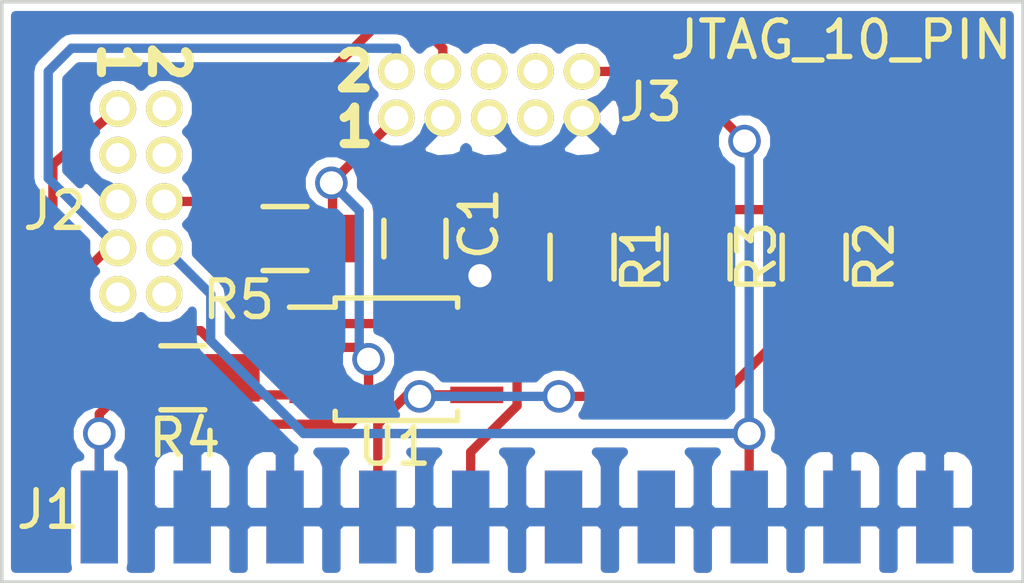
<source format=kicad_pcb>
(kicad_pcb (version 4) (host pcbnew "(2015-06-25 BZR 5822)-product")

  (general
    (links 38)
    (no_connects 0)
    (area 136.474999 94.564999 164.515001 110.540001)
    (thickness 1.6)
    (drawings 8)
    (tracks 98)
    (zones 0)
    (modules 10)
    (nets 23)
  )

  (page A4)
  (layers
    (0 F.Cu signal)
    (31 B.Cu signal)
    (32 B.Adhes user)
    (33 F.Adhes user)
    (34 B.Paste user)
    (35 F.Paste user)
    (36 B.SilkS user)
    (37 F.SilkS user)
    (38 B.Mask user)
    (39 F.Mask user)
    (40 Dwgs.User user)
    (41 Cmts.User user)
    (42 Eco1.User user)
    (43 Eco2.User user)
    (44 Edge.Cuts user)
    (45 Margin user)
    (46 B.CrtYd user)
    (47 F.CrtYd user)
    (48 B.Fab user)
    (49 F.Fab user)
  )

  (setup
    (last_trace_width 0.254)
    (trace_clearance 0.254)
    (zone_clearance 0.2)
    (zone_45_only no)
    (trace_min 0.254)
    (segment_width 0.2)
    (edge_width 0.1)
    (via_size 0.889)
    (via_drill 0.635)
    (via_min_size 0.889)
    (via_min_drill 0.508)
    (uvia_size 0.508)
    (uvia_drill 0.127)
    (uvias_allowed no)
    (uvia_min_size 0.508)
    (uvia_min_drill 0.127)
    (pcb_text_width 0.3)
    (pcb_text_size 1.5 1.5)
    (mod_edge_width 0.15)
    (mod_text_size 1 1)
    (mod_text_width 0.15)
    (pad_size 1.5 1.5)
    (pad_drill 0.6)
    (pad_to_mask_clearance 0)
    (aux_axis_origin 0 0)
    (visible_elements FFFFFF7F)
    (pcbplotparams
      (layerselection 0x00030_80000001)
      (usegerberextensions false)
      (excludeedgelayer true)
      (linewidth 0.100000)
      (plotframeref false)
      (viasonmask false)
      (mode 1)
      (useauxorigin false)
      (hpglpennumber 1)
      (hpglpenspeed 20)
      (hpglpendiameter 15)
      (hpglpenoverlay 2)
      (psnegative false)
      (psa4output false)
      (plotreference true)
      (plotvalue true)
      (plotinvisibletext false)
      (padsonsilk false)
      (subtractmaskfromsilk false)
      (outputformat 1)
      (mirror false)
      (drillshape 1)
      (scaleselection 1)
      (outputdirectory ""))
  )

  (net 0 "")
  (net 1 "Net-(C1-Pad1)")
  (net 2 GND)
  (net 3 "Net-(J1-Pad1)")
  (net 4 "Net-(J1-Pad3)")
  (net 5 "Net-(J1-Pad5)")
  (net 6 "Net-(J1-Pad7)")
  (net 7 "Net-(J1-Pad9)")
  (net 8 "Net-(J1-Pad11)")
  (net 9 "Net-(J1-Pad13)")
  (net 10 "Net-(J1-Pad15)")
  (net 11 "Net-(J1-Pad17)")
  (net 12 3V3)
  (net 13 "Net-(J2-Pad2)")
  (net 14 "Net-(J2-Pad4)")
  (net 15 "Net-(J2-Pad3)")
  (net 16 "Net-(J2-Pad6)")
  (net 17 "Net-(J2-Pad7)")
  (net 18 "Net-(J2-Pad9)")
  (net 19 "Net-(J2-Pad10)")
  (net 20 "Net-(J3-Pad6)")
  (net 21 "Net-(J3-Pad8)")
  (net 22 "Net-(J3-Pad7)")

  (net_class Default "This is the default net class."
    (clearance 0.254)
    (trace_width 0.254)
    (via_dia 0.889)
    (via_drill 0.635)
    (uvia_dia 0.508)
    (uvia_drill 0.127)
    (add_net 3V3)
    (add_net GND)
    (add_net "Net-(C1-Pad1)")
    (add_net "Net-(J1-Pad1)")
    (add_net "Net-(J1-Pad11)")
    (add_net "Net-(J1-Pad13)")
    (add_net "Net-(J1-Pad15)")
    (add_net "Net-(J1-Pad17)")
    (add_net "Net-(J1-Pad3)")
    (add_net "Net-(J1-Pad5)")
    (add_net "Net-(J1-Pad7)")
    (add_net "Net-(J1-Pad9)")
    (add_net "Net-(J2-Pad10)")
    (add_net "Net-(J2-Pad2)")
    (add_net "Net-(J2-Pad3)")
    (add_net "Net-(J2-Pad4)")
    (add_net "Net-(J2-Pad6)")
    (add_net "Net-(J2-Pad7)")
    (add_net "Net-(J2-Pad9)")
    (add_net "Net-(J3-Pad6)")
    (add_net "Net-(J3-Pad7)")
    (add_net "Net-(J3-Pad8)")
  )

  (module Capacitors_SMD:C_0805_HandSoldering (layer F.Cu) (tedit 541A9B8D) (tstamp 5592D49C)
    (at 147.828 101.092 270)
    (descr "Capacitor SMD 0805, hand soldering")
    (tags "capacitor 0805")
    (path /53BC6E97)
    (attr smd)
    (fp_text reference C1 (at -0.4064 -1.7526 270) (layer F.SilkS)
      (effects (font (size 1 1) (thickness 0.15)))
    )
    (fp_text value "0.1 uF" (at 0 2.1 270) (layer F.Fab)
      (effects (font (size 1 1) (thickness 0.15)))
    )
    (fp_line (start -2.3 -1) (end 2.3 -1) (layer F.CrtYd) (width 0.05))
    (fp_line (start -2.3 1) (end 2.3 1) (layer F.CrtYd) (width 0.05))
    (fp_line (start -2.3 -1) (end -2.3 1) (layer F.CrtYd) (width 0.05))
    (fp_line (start 2.3 -1) (end 2.3 1) (layer F.CrtYd) (width 0.05))
    (fp_line (start 0.5 -0.85) (end -0.5 -0.85) (layer F.SilkS) (width 0.15))
    (fp_line (start -0.5 0.85) (end 0.5 0.85) (layer F.SilkS) (width 0.15))
    (pad 1 smd rect (at -1.25 0 270) (size 1.5 1.25) (layers F.Cu F.Paste F.Mask)
      (net 1 "Net-(C1-Pad1)"))
    (pad 2 smd rect (at 1.25 0 270) (size 1.5 1.25) (layers F.Cu F.Paste F.Mask)
      (net 2 GND))
    (model Capacitors_SMD.3dshapes/C_0805_HandSoldering.wrl
      (at (xyz 0 0 0))
      (scale (xyz 1 1 1))
      (rotate (xyz 0 0 0))
    )
  )

  (module NQBit:EDGE_CONNECTOR_2x10_2.54MM (layer F.Cu) (tedit 5592D5C4) (tstamp 5592D4A1)
    (at 149.352 108.712)
    (path /53BC5CE4)
    (fp_text reference J1 (at -11.557 -0.2032) (layer F.SilkS)
      (effects (font (size 1 1) (thickness 0.15)))
    )
    (fp_text value JTAG_STLINKV2 (at 11.3538 -2.8194) (layer F.SilkS) hide
      (effects (font (size 1 1) (thickness 0.15)))
    )
    (pad 1 connect rect (at -10.16 0) (size 1.02 2.54) (layers F.Cu F.Mask)
      (net 3 "Net-(J1-Pad1)"))
    (pad 3 connect rect (at -7.62 0) (size 1.02 2.54) (layers F.Cu F.Mask)
      (net 4 "Net-(J1-Pad3)"))
    (pad 5 connect rect (at -5.08 0) (size 1.02 2.54) (layers F.Cu F.Mask)
      (net 5 "Net-(J1-Pad5)"))
    (pad 7 connect rect (at -2.54 0) (size 1.02 2.54) (layers F.Cu F.Mask)
      (net 6 "Net-(J1-Pad7)"))
    (pad 9 connect rect (at 0 0) (size 1.02 2.54) (layers F.Cu F.Mask)
      (net 7 "Net-(J1-Pad9)"))
    (pad 11 connect rect (at 2.54 0) (size 1.02 2.54) (layers F.Cu F.Mask)
      (net 8 "Net-(J1-Pad11)"))
    (pad 13 connect rect (at 5.08 0) (size 1.02 2.54) (layers F.Cu F.Mask)
      (net 9 "Net-(J1-Pad13)"))
    (pad 15 connect rect (at 7.62 0) (size 1.02 2.54) (layers F.Cu F.Mask)
      (net 10 "Net-(J1-Pad15)"))
    (pad 17 connect rect (at 10.16 0) (size 1.02 2.54) (layers F.Cu F.Mask)
      (net 11 "Net-(J1-Pad17)"))
    (pad 19 connect rect (at 12.7 0) (size 1.02 2.54) (layers F.Cu F.Mask)
      (net 12 3V3))
    (pad 2 connect rect (at -10.16 0) (size 1.02 2.54) (layers B.Cu B.Mask)
      (net 3 "Net-(J1-Pad1)"))
    (pad 4 connect rect (at -7.62 0) (size 1.02 2.54) (layers B.Cu B.Mask)
      (net 2 GND))
    (pad 6 connect rect (at -5.08 0) (size 1.02 2.54) (layers B.Cu B.Mask)
      (net 2 GND))
    (pad 8 connect rect (at -2.54 0) (size 1.02 2.54) (layers B.Cu B.Mask)
      (net 2 GND))
    (pad 10 connect rect (at 0 0) (size 1.02 2.54) (layers B.Cu B.Mask)
      (net 2 GND))
    (pad 12 connect rect (at 2.54 0) (size 1.02 2.54) (layers B.Cu B.Mask)
      (net 2 GND))
    (pad 14 connect rect (at 5.08 0) (size 1.02 2.54) (layers B.Cu B.Mask)
      (net 2 GND))
    (pad 16 connect rect (at 7.62 0) (size 1.02 2.54) (layers B.Cu B.Mask)
      (net 2 GND))
    (pad 18 connect rect (at 10.16 0) (size 1.02 2.54) (layers B.Cu B.Mask)
      (net 2 GND))
    (pad 20 connect rect (at 12.7 0) (size 1.02 2.54) (layers B.Cu B.Mask)
      (net 2 GND))
  )

  (module NQBit:HEADER_PTH_MALE_2x5_1.27MM (layer F.Cu) (tedit 5592D5BB) (tstamp 5592D4B8)
    (at 140.97 100.076 270)
    (path /53BC6131)
    (fp_text reference J2 (at 0.254 2.9972 360) (layer F.SilkS)
      (effects (font (size 1 1) (thickness 0.15)))
    )
    (fp_text value PACKET_TRACE_PORT (at 2.3876 -22.5044 270) (layer F.SilkS) hide
      (effects (font (size 1 1) (thickness 0.15)))
    )
    (pad 2 thru_hole circle (at -2.54 0 270) (size 1 1) (drill 0.65) (layers *.Cu *.Mask F.SilkS)
      (net 13 "Net-(J2-Pad2)"))
    (pad 1 thru_hole circle (at -2.54 1.27 270) (size 1 1) (drill 0.65) (layers *.Cu *.Mask F.SilkS)
      (net 3 "Net-(J1-Pad1)"))
    (pad 4 thru_hole circle (at -1.27 0 270) (size 1 1) (drill 0.65) (layers *.Cu *.Mask F.SilkS)
      (net 14 "Net-(J2-Pad4)"))
    (pad 3 thru_hole circle (at -1.27 1.27 270) (size 1 1) (drill 0.65) (layers *.Cu *.Mask F.SilkS)
      (net 15 "Net-(J2-Pad3)"))
    (pad 6 thru_hole circle (at 0 0 270) (size 1 1) (drill 0.65) (layers *.Cu *.Mask F.SilkS)
      (net 16 "Net-(J2-Pad6)"))
    (pad 5 thru_hole circle (at 0 1.27 270) (size 1 1) (drill 0.65) (layers *.Cu *.Mask F.SilkS)
      (net 2 GND))
    (pad 8 thru_hole circle (at 1.27 0 270) (size 1 1) (drill 0.65) (layers *.Cu *.Mask F.SilkS)
      (net 10 "Net-(J1-Pad15)"))
    (pad 7 thru_hole circle (at 1.27 1.27 270) (size 1 1) (drill 0.65) (layers *.Cu *.Mask F.SilkS)
      (net 17 "Net-(J2-Pad7)"))
    (pad 9 thru_hole circle (at 2.54 1.27 270) (size 1 1) (drill 0.65) (layers *.Cu *.Mask F.SilkS)
      (net 18 "Net-(J2-Pad9)"))
    (pad 10 thru_hole circle (at 2.54 0 270) (size 1 1) (drill 0.65) (layers *.Cu *.Mask F.SilkS)
      (net 19 "Net-(J2-Pad10)"))
  )

  (module NQBit:HEADER_PTH_MALE_2x5_1.27MM (layer F.Cu) (tedit 53BE1FBE) (tstamp 5592D4C5)
    (at 149.86 96.52)
    (path /53BC797B)
    (fp_text reference J3 (at 4.4196 0.8382) (layer F.SilkS)
      (effects (font (size 1 1) (thickness 0.15)))
    )
    (fp_text value JTAG_10_PIN (at 9.6266 -0.8636) (layer F.SilkS)
      (effects (font (size 1 1) (thickness 0.15)))
    )
    (pad 2 thru_hole circle (at -2.54 0) (size 1 1) (drill 0.65) (layers *.Cu *.Mask F.SilkS)
      (net 17 "Net-(J2-Pad7)"))
    (pad 1 thru_hole circle (at -2.54 1.27) (size 1 1) (drill 0.65) (layers *.Cu *.Mask F.SilkS)
      (net 3 "Net-(J1-Pad1)"))
    (pad 4 thru_hole circle (at -1.27 0) (size 1 1) (drill 0.65) (layers *.Cu *.Mask F.SilkS)
      (net 16 "Net-(J2-Pad6)"))
    (pad 3 thru_hole circle (at -1.27 1.27) (size 1 1) (drill 0.65) (layers *.Cu *.Mask F.SilkS)
      (net 2 GND))
    (pad 6 thru_hole circle (at 0 0) (size 1 1) (drill 0.65) (layers *.Cu *.Mask F.SilkS)
      (net 20 "Net-(J3-Pad6)"))
    (pad 5 thru_hole circle (at 0 1.27) (size 1 1) (drill 0.65) (layers *.Cu *.Mask F.SilkS)
      (net 2 GND))
    (pad 8 thru_hole circle (at 1.27 0) (size 1 1) (drill 0.65) (layers *.Cu *.Mask F.SilkS)
      (net 21 "Net-(J3-Pad8)"))
    (pad 7 thru_hole circle (at 1.27 1.27) (size 1 1) (drill 0.65) (layers *.Cu *.Mask F.SilkS)
      (net 22 "Net-(J3-Pad7)"))
    (pad 9 thru_hole circle (at 2.54 1.27) (size 1 1) (drill 0.65) (layers *.Cu *.Mask F.SilkS)
      (net 2 GND))
    (pad 10 thru_hole circle (at 2.54 0) (size 1 1) (drill 0.65) (layers *.Cu *.Mask F.SilkS)
      (net 10 "Net-(J1-Pad15)"))
  )

  (module Resistors_SMD:R_0805_HandSoldering (layer F.Cu) (tedit 54189DEE) (tstamp 5592D4D2)
    (at 152.4 101.6 270)
    (descr "Resistor SMD 0805, hand soldering")
    (tags "resistor 0805")
    (path /53BC67EC)
    (attr smd)
    (fp_text reference R1 (at 0 -1.6256 270) (layer F.SilkS)
      (effects (font (size 1 1) (thickness 0.15)))
    )
    (fp_text value 200k (at 0 2.1 270) (layer F.Fab)
      (effects (font (size 1 1) (thickness 0.15)))
    )
    (fp_line (start -2.4 -1) (end 2.4 -1) (layer F.CrtYd) (width 0.05))
    (fp_line (start -2.4 1) (end 2.4 1) (layer F.CrtYd) (width 0.05))
    (fp_line (start -2.4 -1) (end -2.4 1) (layer F.CrtYd) (width 0.05))
    (fp_line (start 2.4 -1) (end 2.4 1) (layer F.CrtYd) (width 0.05))
    (fp_line (start 0.6 0.875) (end -0.6 0.875) (layer F.SilkS) (width 0.15))
    (fp_line (start -0.6 -0.875) (end 0.6 -0.875) (layer F.SilkS) (width 0.15))
    (pad 1 smd rect (at -1.35 0 270) (size 1.5 1.3) (layers F.Cu F.Paste F.Mask)
      (net 12 3V3))
    (pad 2 smd rect (at 1.35 0 270) (size 1.5 1.3) (layers F.Cu F.Paste F.Mask)
      (net 1 "Net-(C1-Pad1)"))
    (model Resistors_SMD.3dshapes/R_0805_HandSoldering.wrl
      (at (xyz 0 0 0))
      (scale (xyz 1 1 1))
      (rotate (xyz 0 0 0))
    )
  )

  (module Resistors_SMD:R_0805_HandSoldering (layer F.Cu) (tedit 54189DEE) (tstamp 5592D4D7)
    (at 158.75 101.6 270)
    (descr "Resistor SMD 0805, hand soldering")
    (tags "resistor 0805")
    (path /53BC7240)
    (attr smd)
    (fp_text reference R2 (at 0 -1.651 270) (layer F.SilkS)
      (effects (font (size 1 1) (thickness 0.15)))
    )
    (fp_text value 1k (at 0 2.1 270) (layer F.Fab)
      (effects (font (size 1 1) (thickness 0.15)))
    )
    (fp_line (start -2.4 -1) (end 2.4 -1) (layer F.CrtYd) (width 0.05))
    (fp_line (start -2.4 1) (end 2.4 1) (layer F.CrtYd) (width 0.05))
    (fp_line (start -2.4 -1) (end -2.4 1) (layer F.CrtYd) (width 0.05))
    (fp_line (start 2.4 -1) (end 2.4 1) (layer F.CrtYd) (width 0.05))
    (fp_line (start 0.6 0.875) (end -0.6 0.875) (layer F.SilkS) (width 0.15))
    (fp_line (start -0.6 -0.875) (end 0.6 -0.875) (layer F.SilkS) (width 0.15))
    (pad 1 smd rect (at -1.35 0 270) (size 1.5 1.3) (layers F.Cu F.Paste F.Mask)
      (net 12 3V3))
    (pad 2 smd rect (at 1.35 0 270) (size 1.5 1.3) (layers F.Cu F.Paste F.Mask)
      (net 6 "Net-(J1-Pad7)"))
    (model Resistors_SMD.3dshapes/R_0805_HandSoldering.wrl
      (at (xyz 0 0 0))
      (scale (xyz 1 1 1))
      (rotate (xyz 0 0 0))
    )
  )

  (module Resistors_SMD:R_0805_HandSoldering (layer F.Cu) (tedit 54189DEE) (tstamp 5592D4DC)
    (at 155.575 101.6 270)
    (descr "Resistor SMD 0805, hand soldering")
    (tags "resistor 0805")
    (path /53BC71FF)
    (attr smd)
    (fp_text reference R3 (at 0 -1.6002 270) (layer F.SilkS)
      (effects (font (size 1 1) (thickness 0.15)))
    )
    (fp_text value 1k (at 0 2.1 270) (layer F.Fab)
      (effects (font (size 1 1) (thickness 0.15)))
    )
    (fp_line (start -2.4 -1) (end 2.4 -1) (layer F.CrtYd) (width 0.05))
    (fp_line (start -2.4 1) (end 2.4 1) (layer F.CrtYd) (width 0.05))
    (fp_line (start -2.4 -1) (end -2.4 1) (layer F.CrtYd) (width 0.05))
    (fp_line (start 2.4 -1) (end 2.4 1) (layer F.CrtYd) (width 0.05))
    (fp_line (start 0.6 0.875) (end -0.6 0.875) (layer F.SilkS) (width 0.15))
    (fp_line (start -0.6 -0.875) (end 0.6 -0.875) (layer F.SilkS) (width 0.15))
    (pad 1 smd rect (at -1.35 0 270) (size 1.5 1.3) (layers F.Cu F.Paste F.Mask)
      (net 12 3V3))
    (pad 2 smd rect (at 1.35 0 270) (size 1.5 1.3) (layers F.Cu F.Paste F.Mask)
      (net 7 "Net-(J1-Pad9)"))
    (model Resistors_SMD.3dshapes/R_0805_HandSoldering.wrl
      (at (xyz 0 0 0))
      (scale (xyz 1 1 1))
      (rotate (xyz 0 0 0))
    )
  )

  (module Resistors_SMD:R_0805_HandSoldering (layer F.Cu) (tedit 54189DEE) (tstamp 5592D4E1)
    (at 141.478 104.902)
    (descr "Resistor SMD 0805, hand soldering")
    (tags "resistor 0805")
    (path /53BC71AA)
    (attr smd)
    (fp_text reference R4 (at 0.0508 1.651) (layer F.SilkS)
      (effects (font (size 1 1) (thickness 0.15)))
    )
    (fp_text value 1k (at 0 2.1) (layer F.Fab)
      (effects (font (size 1 1) (thickness 0.15)))
    )
    (fp_line (start -2.4 -1) (end 2.4 -1) (layer F.CrtYd) (width 0.05))
    (fp_line (start -2.4 1) (end 2.4 1) (layer F.CrtYd) (width 0.05))
    (fp_line (start -2.4 -1) (end -2.4 1) (layer F.CrtYd) (width 0.05))
    (fp_line (start 2.4 -1) (end 2.4 1) (layer F.CrtYd) (width 0.05))
    (fp_line (start 0.6 0.875) (end -0.6 0.875) (layer F.SilkS) (width 0.15))
    (fp_line (start -0.6 -0.875) (end 0.6 -0.875) (layer F.SilkS) (width 0.15))
    (pad 1 smd rect (at -1.35 0) (size 1.5 1.3) (layers F.Cu F.Paste F.Mask)
      (net 3 "Net-(J1-Pad1)"))
    (pad 2 smd rect (at 1.35 0) (size 1.5 1.3) (layers F.Cu F.Paste F.Mask)
      (net 17 "Net-(J2-Pad7)"))
    (model Resistors_SMD.3dshapes/R_0805_HandSoldering.wrl
      (at (xyz 0 0 0))
      (scale (xyz 1 1 1))
      (rotate (xyz 0 0 0))
    )
  )

  (module Resistors_SMD:R_0805_HandSoldering (layer F.Cu) (tedit 54189DEE) (tstamp 5592D4E6)
    (at 144.272 101.092 180)
    (descr "Resistor SMD 0805, hand soldering")
    (tags "resistor 0805")
    (path /53BC709D)
    (attr smd)
    (fp_text reference R5 (at 1.27 -1.6764 180) (layer F.SilkS)
      (effects (font (size 1 1) (thickness 0.15)))
    )
    (fp_text value 1k (at 0 2.1 180) (layer F.Fab)
      (effects (font (size 1 1) (thickness 0.15)))
    )
    (fp_line (start -2.4 -1) (end 2.4 -1) (layer F.CrtYd) (width 0.05))
    (fp_line (start -2.4 1) (end 2.4 1) (layer F.CrtYd) (width 0.05))
    (fp_line (start -2.4 -1) (end -2.4 1) (layer F.CrtYd) (width 0.05))
    (fp_line (start 2.4 -1) (end 2.4 1) (layer F.CrtYd) (width 0.05))
    (fp_line (start 0.6 0.875) (end -0.6 0.875) (layer F.SilkS) (width 0.15))
    (fp_line (start -0.6 -0.875) (end 0.6 -0.875) (layer F.SilkS) (width 0.15))
    (pad 1 smd rect (at -1.35 0 180) (size 1.5 1.3) (layers F.Cu F.Paste F.Mask)
      (net 3 "Net-(J1-Pad1)"))
    (pad 2 smd rect (at 1.35 0 180) (size 1.5 1.3) (layers F.Cu F.Paste F.Mask)
      (net 16 "Net-(J2-Pad6)"))
    (model Resistors_SMD.3dshapes/R_0805_HandSoldering.wrl
      (at (xyz 0 0 0))
      (scale (xyz 1 1 1))
      (rotate (xyz 0 0 0))
    )
  )

  (module Housings_SSOP:MSOP-8_3x3mm_Pitch0.65mm (layer F.Cu) (tedit 5592D5AB) (tstamp 5592D4EB)
    (at 147.32 104.394)
    (descr "8-Lead Plastic Micro Small Outline Package (MS) [MSOP] (see Microchip Packaging Specification 00000049BS.pdf)")
    (tags "SSOP 0.65")
    (path /53BC65FD)
    (attr smd)
    (fp_text reference U1 (at -0.0508 2.3876) (layer F.SilkS)
      (effects (font (size 1 1) (thickness 0.15)))
    )
    (fp_text value PCA9306 (at 0 2.6) (layer F.Fab) hide
      (effects (font (size 1 1) (thickness 0.15)))
    )
    (fp_line (start -3.2 -1.85) (end -3.2 1.85) (layer F.CrtYd) (width 0.05))
    (fp_line (start 3.2 -1.85) (end 3.2 1.85) (layer F.CrtYd) (width 0.05))
    (fp_line (start -3.2 -1.85) (end 3.2 -1.85) (layer F.CrtYd) (width 0.05))
    (fp_line (start -3.2 1.85) (end 3.2 1.85) (layer F.CrtYd) (width 0.05))
    (fp_line (start -1.675 -1.675) (end -1.675 -1.425) (layer F.SilkS) (width 0.15))
    (fp_line (start 1.675 -1.675) (end 1.675 -1.425) (layer F.SilkS) (width 0.15))
    (fp_line (start 1.675 1.675) (end 1.675 1.425) (layer F.SilkS) (width 0.15))
    (fp_line (start -1.675 1.675) (end -1.675 1.425) (layer F.SilkS) (width 0.15))
    (fp_line (start -1.675 -1.675) (end 1.675 -1.675) (layer F.SilkS) (width 0.15))
    (fp_line (start -1.675 1.675) (end 1.675 1.675) (layer F.SilkS) (width 0.15))
    (fp_line (start -1.675 -1.425) (end -2.925 -1.425) (layer F.SilkS) (width 0.15))
    (pad 1 smd rect (at -2.2 -0.975) (size 1.45 0.45) (layers F.Cu F.Paste F.Mask)
      (net 2 GND))
    (pad 2 smd rect (at -2.2 -0.325) (size 1.45 0.45) (layers F.Cu F.Paste F.Mask)
      (net 3 "Net-(J1-Pad1)"))
    (pad 3 smd rect (at -2.2 0.325) (size 1.45 0.45) (layers F.Cu F.Paste F.Mask)
      (net 16 "Net-(J2-Pad6)"))
    (pad 4 smd rect (at -2.2 0.975) (size 1.45 0.45) (layers F.Cu F.Paste F.Mask)
      (net 17 "Net-(J2-Pad7)"))
    (pad 5 smd rect (at 2.2 0.975) (size 1.45 0.45) (layers F.Cu F.Paste F.Mask)
      (net 6 "Net-(J1-Pad7)"))
    (pad 6 smd rect (at 2.2 0.325) (size 1.45 0.45) (layers F.Cu F.Paste F.Mask)
      (net 7 "Net-(J1-Pad9)"))
    (pad 7 smd rect (at 2.2 -0.325) (size 1.45 0.45) (layers F.Cu F.Paste F.Mask)
      (net 1 "Net-(C1-Pad1)"))
    (pad 8 smd rect (at 2.2 -0.975) (size 1.45 0.45) (layers F.Cu F.Paste F.Mask)
      (net 1 "Net-(C1-Pad1)"))
    (model Housings_SSOP.3dshapes/MSOP-8_3x3mm_Pitch0.65mm.wrl
      (at (xyz 0 0 0))
      (scale (xyz 1 1 1))
      (rotate (xyz 0 0 0))
    )
  )

  (gr_text 2 (at 141.097 96.266 270) (layer F.SilkS)
    (effects (font (size 1 1) (thickness 0.25)))
  )
  (gr_text 1 (at 139.7 96.266 270) (layer F.SilkS)
    (effects (font (size 1 1) (thickness 0.25)))
  )
  (gr_text 2 (at 146.177 96.52) (layer F.SilkS)
    (effects (font (size 1 1) (thickness 0.25)))
  )
  (gr_text 1 (at 146.177 98.044) (layer F.SilkS)
    (effects (font (size 1 1) (thickness 0.25)))
  )
  (gr_line (start 136.525 110.49) (end 136.525 94.615) (angle 90) (layer Edge.Cuts) (width 0.1))
  (gr_line (start 164.465 110.49) (end 136.525 110.49) (angle 90) (layer Edge.Cuts) (width 0.1))
  (gr_line (start 164.465 94.615) (end 164.465 110.49) (angle 90) (layer Edge.Cuts) (width 0.1))
  (gr_line (start 136.525 94.615) (end 164.465 94.615) (angle 90) (layer Edge.Cuts) (width 0.1))

  (segment (start 149.62124 104.06888) (end 149.62124 103.41864) (width 0.254) (layer F.Cu) (net 1) (status 30))
  (segment (start 151.88184 103.41864) (end 152.4 102.90048) (width 0.254) (layer F.Cu) (net 1) (tstamp 53C46105) (status 30))
  (segment (start 150.495 103.41864) (end 151.88184 103.41864) (width 0.254) (layer F.Cu) (net 1) (tstamp 53C46135) (status 20))
  (segment (start 149.62124 103.41864) (end 150.495 103.41864) (width 0.254) (layer F.Cu) (net 1) (status 10))
  (segment (start 149.6695 100.1395) (end 150.495 100.965) (width 0.254) (layer F.Cu) (net 1) (tstamp 53C4612E))
  (segment (start 150.495 100.965) (end 150.495 103.41864) (width 0.254) (layer F.Cu) (net 1) (tstamp 53C46132))
  (segment (start 147.828 100.1395) (end 149.6695 100.1395) (width 0.254) (layer F.Cu) (net 1) (status 10))
  (segment (start 147.27936 103.41864) (end 147.828 102.87) (width 0.254) (layer F.Cu) (net 2) (tstamp 53C44A81))
  (segment (start 147.828 102.87) (end 147.828 102.0445) (width 0.254) (layer F.Cu) (net 2) (tstamp 53C44A84) (status 20))
  (segment (start 145.01876 103.41864) (end 147.27936 103.41864) (width 0.254) (layer F.Cu) (net 2) (status 10))
  (segment (start 149.5425 102.0445) (end 149.606 102.108) (width 0.254) (layer F.Cu) (net 2) (tstamp 53C44CB0))
  (via (at 149.606 102.108) (size 0.889) (layers F.Cu B.Cu) (net 2))
  (segment (start 147.828 102.0445) (end 149.5425 102.0445) (width 0.254) (layer F.Cu) (net 2) (status 10))
  (segment (start 137.922 103.378) (end 137.922 99.06) (width 0.254) (layer F.Cu) (net 3) (tstamp 53BE37B8))
  (segment (start 137.922 99.06) (end 139.7 97.536) (width 0.254) (layer F.Cu) (net 3) (tstamp 53BE37C2) (status 20))
  (segment (start 140.17752 104.902) (end 138.684 104.902) (width 0.254) (layer F.Cu) (net 3) (status 10))
  (segment (start 138.684 104.902) (end 137.922 103.378) (width 0.254) (layer F.Cu) (net 3) (tstamp 53BE37B4))
  (segment (start 139.192 105.88752) (end 140.17752 104.902) (width 0.254) (layer F.Cu) (net 3) (tstamp 53C44237) (status 20))
  (segment (start 139.192 106.426) (end 139.192 105.88752) (width 0.254) (layer F.Cu) (net 3) (tstamp 53C4424C))
  (segment (start 139.192 108.712) (end 139.192 106.426) (width 0.254) (layer F.Cu) (net 3) (status 10))
  (via (at 139.192 106.426) (size 0.889) (layers F.Cu B.Cu) (net 3))
  (segment (start 139.192 108.712) (end 139.192 106.426) (width 0.254) (layer B.Cu) (net 3) (status 10))
  (segment (start 146.23288 104.06888) (end 146.558 104.394) (width 0.254) (layer F.Cu) (net 3) (tstamp 53C44B8A))
  (via (at 146.558 104.394) (size 0.889) (layers F.Cu B.Cu) (net 3))
  (segment (start 146.558 104.394) (end 146.304 104.14) (width 0.254) (layer B.Cu) (net 3) (tstamp 53C44B96))
  (segment (start 146.304 104.14) (end 146.304 100.33) (width 0.254) (layer B.Cu) (net 3) (tstamp 53C44B97))
  (segment (start 146.304 100.33) (end 145.542 99.568) (width 0.254) (layer B.Cu) (net 3) (tstamp 53C44BA7))
  (via (at 145.542 99.568) (size 0.889) (layers F.Cu B.Cu) (net 3))
  (segment (start 145.542 99.568) (end 145.57248 99.59848) (width 0.254) (layer F.Cu) (net 3) (tstamp 53C44BAB))
  (segment (start 145.57248 99.59848) (end 145.57248 101.092) (width 0.254) (layer F.Cu) (net 3) (tstamp 53C44BAC) (status 20))
  (segment (start 145.01876 104.06888) (end 146.23288 104.06888) (width 0.254) (layer F.Cu) (net 3) (status 10))
  (segment (start 146.558 105.664) (end 146.05 106.172) (width 0.254) (layer F.Cu) (net 3) (tstamp 53C44BDE))
  (segment (start 146.05 106.172) (end 141.44752 106.172) (width 0.254) (layer F.Cu) (net 3) (tstamp 53C44BE1))
  (segment (start 141.44752 106.172) (end 140.17752 104.902) (width 0.254) (layer F.Cu) (net 3) (tstamp 53C44BE4) (status 20))
  (segment (start 146.558 104.394) (end 146.558 105.664) (width 0.254) (layer F.Cu) (net 3))
  (segment (start 147.32 97.79) (end 145.542 99.568) (width 0.254) (layer F.Cu) (net 3) (status 10))
  (segment (start 146.812 106.172) (end 146.812 108.712) (width 0.254) (layer F.Cu) (net 6) (tstamp 53C44987) (status 20))
  (segment (start 158.71952 102.90048) (end 158.75 102.90048) (width 0.254) (layer F.Cu) (net 6) (tstamp 53C460F1) (status 30))
  (segment (start 156.21 105.41) (end 158.71952 102.90048) (width 0.254) (layer F.Cu) (net 6) (tstamp 53C460F0) (status 20))
  (segment (start 147.61464 105.36936) (end 146.812 106.172) (width 0.254) (layer F.Cu) (net 6) (tstamp 53C44984))
  (segment (start 149.62124 105.36936) (end 147.61464 105.36936) (width 0.254) (layer F.Cu) (net 6) (status 10))
  (segment (start 147.99564 105.36936) (end 147.955 105.41) (width 0.254) (layer F.Cu) (net 6) (tstamp 53C460E7))
  (via (at 147.955 105.41) (size 0.889) (layers F.Cu B.Cu) (net 6))
  (segment (start 147.955 105.41) (end 151.765 105.41) (width 0.254) (layer B.Cu) (net 6) (tstamp 53C460EA))
  (via (at 151.765 105.41) (size 0.889) (layers F.Cu B.Cu) (net 6))
  (segment (start 151.765 105.41) (end 156.21 105.41) (width 0.254) (layer F.Cu) (net 6) (tstamp 53C460EF))
  (segment (start 149.62124 105.36936) (end 147.99564 105.36936) (width 0.254) (layer F.Cu) (net 6) (status 10))
  (segment (start 150.43912 104.71912) (end 150.622 104.902) (width 0.254) (layer F.Cu) (net 7) (tstamp 53C4498C))
  (segment (start 150.622 104.902) (end 150.622 105.664) (width 0.254) (layer F.Cu) (net 7) (tstamp 53C44992))
  (segment (start 150.622 105.664) (end 149.352 106.934) (width 0.254) (layer F.Cu) (net 7) (tstamp 53C44995))
  (segment (start 149.352 106.934) (end 149.352 108.712) (width 0.254) (layer F.Cu) (net 7) (tstamp 53C4499E) (status 20))
  (segment (start 150.43912 104.71912) (end 149.62124 104.71912) (width 0.254) (layer F.Cu) (net 7) (status 20))
  (segment (start 150.55088 104.71912) (end 151.13 104.14) (width 0.254) (layer F.Cu) (net 7) (tstamp 53C460FB))
  (segment (start 151.13 104.14) (end 154.33548 104.14) (width 0.254) (layer F.Cu) (net 7) (tstamp 53C460FE))
  (segment (start 154.33548 104.14) (end 155.575 102.90048) (width 0.254) (layer F.Cu) (net 7) (tstamp 53C46101) (status 20))
  (segment (start 149.62124 104.71912) (end 150.55088 104.71912) (width 0.254) (layer F.Cu) (net 7) (status 10))
  (via (at 156.972 106.426) (size 0.889) (layers F.Cu B.Cu) (net 10))
  (segment (start 156.972 106.426) (end 144.78 106.426) (width 0.254) (layer B.Cu) (net 10) (tstamp 53C45162))
  (segment (start 144.78 106.426) (end 142.24 103.886) (width 0.254) (layer B.Cu) (net 10) (tstamp 53C45163))
  (segment (start 142.24 103.886) (end 142.24 102.616) (width 0.254) (layer B.Cu) (net 10) (tstamp 53C45167))
  (segment (start 142.24 102.616) (end 140.97 101.346) (width 0.254) (layer B.Cu) (net 10) (tstamp 53C4516A) (status 20))
  (segment (start 156.972 108.712) (end 156.972 106.426) (width 0.254) (layer F.Cu) (net 10) (status 10))
  (segment (start 154.94 96.52) (end 156.845 98.425) (width 0.254) (layer F.Cu) (net 10) (tstamp 53C46660))
  (via (at 156.845 98.425) (size 0.889) (layers F.Cu B.Cu) (net 10))
  (segment (start 156.845 98.425) (end 156.972 98.552) (width 0.254) (layer B.Cu) (net 10) (tstamp 53C46686))
  (segment (start 156.972 98.552) (end 156.972 106.426) (width 0.254) (layer B.Cu) (net 10) (tstamp 53C46687))
  (segment (start 152.4 96.52) (end 154.94 96.52) (width 0.254) (layer F.Cu) (net 10))
  (segment (start 152.4 100.29952) (end 155.575 100.29952) (width 0.254) (layer F.Cu) (net 12) (status 30))
  (segment (start 155.575 100.29952) (end 158.75 100.29952) (width 0.254) (layer F.Cu) (net 12) (status 30))
  (segment (start 162.052 103.60152) (end 158.75 100.29952) (width 0.254) (layer F.Cu) (net 12) (tstamp 53C46124) (status 20))
  (segment (start 162.052 108.712) (end 162.052 103.60152) (width 0.254) (layer F.Cu) (net 12) (status 10))
  (segment (start 142.97152 101.092) (end 142.748 101.092) (width 0.254) (layer F.Cu) (net 16) (status 30))
  (segment (start 141.95552 100.076) (end 142.97152 101.092) (width 0.254) (layer F.Cu) (net 16) (tstamp 53C44B6B) (status 20))
  (segment (start 144.08912 104.71912) (end 144.018 104.648) (width 0.254) (layer F.Cu) (net 16) (tstamp 53C44B70))
  (segment (start 144.018 104.648) (end 144.018 102.13848) (width 0.254) (layer F.Cu) (net 16) (tstamp 53C44B73))
  (segment (start 144.018 102.13848) (end 142.97152 101.092) (width 0.254) (layer F.Cu) (net 16) (tstamp 53C44B7C) (status 20))
  (segment (start 145.01876 104.71912) (end 144.08912 104.71912) (width 0.254) (layer F.Cu) (net 16) (status 10))
  (segment (start 141.95552 100.076) (end 140.97 100.076) (width 0.254) (layer F.Cu) (net 16) (tstamp 53C46384) (status 20))
  (segment (start 148.59 95.885) (end 147.955 95.25) (width 0.254) (layer F.Cu) (net 16) (tstamp 53C4650F))
  (segment (start 147.955 95.25) (end 146.78152 95.25) (width 0.254) (layer F.Cu) (net 16) (tstamp 53C46511))
  (segment (start 146.78152 95.25) (end 141.95552 100.076) (width 0.254) (layer F.Cu) (net 16) (tstamp 53C46515))
  (segment (start 148.59 96.52) (end 148.59 95.885) (width 0.254) (layer F.Cu) (net 16) (status 10))
  (segment (start 145.01876 105.36936) (end 143.24584 105.36936) (width 0.254) (layer F.Cu) (net 17))
  (segment (start 143.24584 105.36936) (end 142.77848 104.902) (width 0.254) (layer F.Cu) (net 17))
  (segment (start 139.446 101.346) (end 138.684 102.108) (width 0.254) (layer F.Cu) (net 17) (tstamp 53BE301A) (status 10))
  (segment (start 139.7 101.346) (end 139.446 101.346) (width 0.254) (layer B.Cu) (net 17) (status 30))
  (segment (start 147.32 95.885) (end 138.43 95.885) (width 0.254) (layer B.Cu) (net 17) (tstamp 53C464F3))
  (segment (start 138.43 95.885) (end 137.795 96.52) (width 0.254) (layer B.Cu) (net 17) (tstamp 53C464F4))
  (segment (start 137.795 96.52) (end 137.795 99.441) (width 0.254) (layer B.Cu) (net 17) (tstamp 53C464F7))
  (segment (start 137.795 99.441) (end 139.7 101.346) (width 0.254) (layer B.Cu) (net 17) (tstamp 53C464FA) (status 20))
  (segment (start 147.32 96.52) (end 147.32 95.885) (width 0.254) (layer B.Cu) (net 17) (status 10))
  (segment (start 138.684 102.108) (end 138.684 103.124) (width 0.254) (layer F.Cu) (net 17) (tstamp 53BE301B))
  (segment (start 142.77848 104.902) (end 142.77848 104.87152) (width 0.254) (layer F.Cu) (net 17) (status 30))
  (segment (start 139.192 103.632) (end 141.96568 103.61168) (width 0.254) (layer F.Cu) (net 17) (tstamp 53BE3021))
  (segment (start 138.684 103.124) (end 139.192 103.632) (width 0.254) (layer F.Cu) (net 17) (tstamp 53BE301C))
  (segment (start 142.77848 104.42448) (end 141.96568 103.61168) (width 0.254) (layer F.Cu) (net 17) (tstamp 53C448DE) (status 10))
  (segment (start 142.77848 104.902) (end 142.77848 104.42448) (width 0.254) (layer F.Cu) (net 17) (status 30))
  (segment (start 141.224 102.87) (end 141.224 102.90048) (width 0.254) (layer F.Cu) (net 19) (tstamp 53BE28FE) (status 80030))

  (zone (net 2) (net_name GND) (layer B.Cu) (tstamp 53BE28D9) (hatch edge 0.508)
    (connect_pads (clearance 0.2))
    (min_thickness 0.254)
    (fill yes (arc_segments 16) (thermal_gap 0.508) (thermal_bridge_width 0.508))
    (polygon
      (pts
        (xy 164.465 94.615) (xy 136.525 94.615) (xy 136.525 110.49) (xy 164.465 110.49)
      )
    )
    (filled_polygon
      (pts
        (xy 164.088 110.113) (xy 163.195057 110.113) (xy 163.197 110.10831) (xy 163.197 108.99775) (xy 163.03825 108.839)
        (xy 162.179 108.839) (xy 162.179 108.859) (xy 161.925 108.859) (xy 161.925 108.839) (xy 161.06575 108.839)
        (xy 160.907 108.99775) (xy 160.907 110.10831) (xy 160.908943 110.113) (xy 160.655057 110.113) (xy 160.657 110.10831)
        (xy 160.657 108.99775) (xy 160.49825 108.839) (xy 159.639 108.839) (xy 159.639 108.859) (xy 159.385 108.859)
        (xy 159.385 108.839) (xy 158.52575 108.839) (xy 158.367 108.99775) (xy 158.367 110.10831) (xy 158.368943 110.113)
        (xy 158.115057 110.113) (xy 158.117 110.10831) (xy 158.117 108.99775) (xy 157.95825 108.839) (xy 157.099 108.839)
        (xy 157.099 108.859) (xy 156.845 108.859) (xy 156.845 108.839) (xy 155.98575 108.839) (xy 155.827 108.99775)
        (xy 155.827 110.10831) (xy 155.828943 110.113) (xy 155.575057 110.113) (xy 155.577 110.10831) (xy 155.577 108.99775)
        (xy 155.41825 108.839) (xy 154.559 108.839) (xy 154.559 108.859) (xy 154.305 108.859) (xy 154.305 108.839)
        (xy 153.44575 108.839) (xy 153.287 108.99775) (xy 153.287 110.10831) (xy 153.288943 110.113) (xy 153.035057 110.113)
        (xy 153.037 110.10831) (xy 153.037 108.99775) (xy 152.87825 108.839) (xy 152.019 108.839) (xy 152.019 108.859)
        (xy 151.765 108.859) (xy 151.765 108.839) (xy 150.90575 108.839) (xy 150.747 108.99775) (xy 150.747 110.10831)
        (xy 150.748943 110.113) (xy 150.495057 110.113) (xy 150.497 110.10831) (xy 150.497 108.99775) (xy 150.33825 108.839)
        (xy 149.479 108.839) (xy 149.479 108.859) (xy 149.225 108.859) (xy 149.225 108.839) (xy 148.36575 108.839)
        (xy 148.207 108.99775) (xy 148.207 110.10831) (xy 148.208943 110.113) (xy 147.955057 110.113) (xy 147.957 110.10831)
        (xy 147.957 108.99775) (xy 147.79825 108.839) (xy 146.939 108.839) (xy 146.939 108.859) (xy 146.685 108.859)
        (xy 146.685 108.839) (xy 145.82575 108.839) (xy 145.667 108.99775) (xy 145.667 110.10831) (xy 145.668943 110.113)
        (xy 145.415057 110.113) (xy 145.417 110.10831) (xy 145.417 108.99775) (xy 145.25825 108.839) (xy 144.399 108.839)
        (xy 144.399 108.859) (xy 144.145 108.859) (xy 144.145 108.839) (xy 143.28575 108.839) (xy 143.127 108.99775)
        (xy 143.127 110.10831) (xy 143.128943 110.113) (xy 142.875057 110.113) (xy 142.877 110.10831) (xy 142.877 108.99775)
        (xy 142.71825 108.839) (xy 141.859 108.839) (xy 141.859 108.859) (xy 141.605 108.859) (xy 141.605 108.839)
        (xy 140.74575 108.839) (xy 140.587 108.99775) (xy 140.587 110.10831) (xy 140.588943 110.113) (xy 140.064193 110.113)
        (xy 140.090464 109.982) (xy 140.090464 107.442) (xy 140.062278 107.296726) (xy 139.978404 107.169044) (xy 139.851784 107.083574)
        (xy 139.726833 107.058516) (xy 139.891417 106.894219) (xy 139.927633 106.807) (xy 141.095691 106.807) (xy 140.862302 106.903673)
        (xy 140.683673 107.082301) (xy 140.587 107.31569) (xy 140.587 108.42625) (xy 140.74575 108.585) (xy 141.605 108.585)
        (xy 141.605 106.96575) (xy 141.44625 106.807) (xy 142.01775 106.807) (xy 141.44625 106.807) (xy 141.44625 106.807)
        (xy 142.01775 106.807) (xy 141.859 106.96575) (xy 141.859 108.585) (xy 142.71825 108.585) (xy 142.877 108.42625)
        (xy 142.877 107.31569) (xy 142.780327 107.082301) (xy 142.601698 106.903673) (xy 142.368309 106.807) (xy 143.635691 106.807)
        (xy 142.368309 106.807) (xy 142.368309 106.807) (xy 143.635691 106.807) (xy 143.402302 106.903673) (xy 143.223673 107.082301)
        (xy 143.127 107.31569) (xy 143.127 108.42625) (xy 143.28575 108.585) (xy 144.145 108.585) (xy 144.145 106.96575)
        (xy 143.98625 106.807) (xy 143.635691 106.807) (xy 142.368309 106.807) (xy 142.368309 106.807) (xy 142.01775 106.807)
        (xy 141.44625 106.807) (xy 141.44625 106.807) (xy 141.095691 106.807) (xy 139.927633 106.807) (xy 140.017357 106.590923)
        (xy 140.017643 106.262518) (xy 139.892233 105.959002) (xy 139.660219 105.726583) (xy 139.356923 105.600643) (xy 139.028518 105.600357)
        (xy 138.725002 105.725767) (xy 138.492583 105.957781) (xy 138.366643 106.261077) (xy 138.366357 106.589482) (xy 138.491767 106.892998)
        (xy 138.656889 107.058408) (xy 138.536726 107.081722) (xy 138.409044 107.165596) (xy 138.323574 107.292216) (xy 138.293536 107.442)
        (xy 138.293536 109.982) (xy 138.318953 110.113) (xy 136.902 110.113) (xy 136.902 95.377) (xy 138.43 95.377)
        (xy 138.235597 95.415669) (xy 138.07079 95.525789) (xy 137.43579 96.16079) (xy 137.325669 96.325597) (xy 137.287 96.52)
        (xy 137.287 99.441) (xy 137.325669 99.635403) (xy 137.43579 99.80021) (xy 138.819141 101.183561) (xy 138.818847 101.520473)
        (xy 138.952689 101.844395) (xy 139.089077 101.981021) (xy 138.95356 102.116302) (xy 138.819153 102.439989) (xy 138.818847 102.790473)
        (xy 138.952689 103.114395) (xy 139.200302 103.36244) (xy 139.523989 103.496847) (xy 139.874473 103.497153) (xy 140.198395 103.363311)
        (xy 140.335021 103.226923) (xy 140.470302 103.36244) (xy 140.793989 103.496847) (xy 141.144473 103.497153) (xy 141.468395 103.363311)
        (xy 141.71644 103.115698) (xy 141.732 103.078225) (xy 141.732 103.886) (xy 141.770669 104.080403) (xy 141.88079 104.24521)
        (xy 144.420789 106.78521) (xy 144.515953 106.848797) (xy 144.399 106.96575) (xy 144.399 108.585) (xy 145.25825 108.585)
        (xy 145.417 108.42625) (xy 145.417 107.31569) (xy 145.320327 107.082301) (xy 145.172025 106.934) (xy 145.911975 106.934)
        (xy 145.763673 107.082301) (xy 145.667 107.31569) (xy 145.667 108.42625) (xy 145.82575 108.585) (xy 146.685 108.585)
        (xy 146.685 108.565) (xy 146.939 108.565) (xy 146.939 108.585) (xy 147.79825 108.585) (xy 147.957 108.42625)
        (xy 147.957 107.31569) (xy 147.860327 107.082301) (xy 147.712025 106.934) (xy 148.451975 106.934) (xy 148.303673 107.082301)
        (xy 148.207 107.31569) (xy 148.207 108.42625) (xy 148.36575 108.585) (xy 149.225 108.585) (xy 149.225 108.565)
        (xy 149.479 108.565) (xy 149.479 108.585) (xy 150.33825 108.585) (xy 150.497 108.42625) (xy 150.497 107.31569)
        (xy 150.400327 107.082301) (xy 150.252025 106.934) (xy 150.991975 106.934) (xy 150.843673 107.082301) (xy 150.747 107.31569)
        (xy 150.747 108.42625) (xy 150.90575 108.585) (xy 151.765 108.585) (xy 151.765 108.565) (xy 152.019 108.565)
        (xy 152.019 108.585) (xy 152.87825 108.585) (xy 153.037 108.42625) (xy 153.037 107.31569) (xy 152.940327 107.082301)
        (xy 152.792025 106.934) (xy 153.531975 106.934) (xy 153.383673 107.082301) (xy 153.287 107.31569) (xy 153.287 108.42625)
        (xy 153.44575 108.585) (xy 154.305 108.585) (xy 154.305 108.565) (xy 154.559 108.565) (xy 154.559 108.585)
        (xy 155.41825 108.585) (xy 155.577 108.42625) (xy 155.577 107.31569) (xy 155.480327 107.082301) (xy 155.332025 106.934)
        (xy 156.071975 106.934) (xy 155.923673 107.082301) (xy 155.827 107.31569) (xy 155.827 108.42625) (xy 155.98575 108.585)
        (xy 156.845 108.585) (xy 156.845 108.565) (xy 157.099 108.565) (xy 157.099 108.585) (xy 157.95825 108.585)
        (xy 158.117 108.42625) (xy 158.117 107.31569) (xy 158.020327 107.082301) (xy 157.841698 106.903673) (xy 157.693057 106.842104)
        (xy 157.707633 106.807) (xy 158.875691 106.807) (xy 157.707633 106.807) (xy 157.707633 106.807) (xy 158.875691 106.807)
        (xy 158.642302 106.903673) (xy 158.463673 107.082301) (xy 158.367 107.31569) (xy 158.367 108.42625) (xy 158.52575 108.585)
        (xy 159.385 108.585) (xy 159.385 106.96575) (xy 159.22625 106.807) (xy 159.79775 106.807) (xy 159.639 106.96575)
        (xy 159.639 108.585) (xy 160.49825 108.585) (xy 160.657 108.42625) (xy 160.657 107.31569) (xy 160.560327 107.082301)
        (xy 160.381698 106.903673) (xy 160.148309 106.807) (xy 161.415691 106.807) (xy 161.182302 106.903673) (xy 161.003673 107.082301)
        (xy 160.907 107.31569) (xy 160.907 108.42625) (xy 161.06575 108.585) (xy 161.925 108.585) (xy 161.925 106.96575)
        (xy 161.76625 106.807) (xy 162.33775 106.807) (xy 161.76625 106.807) (xy 161.76625 106.807) (xy 162.33775 106.807)
        (xy 162.179 106.96575) (xy 162.179 108.585) (xy 163.03825 108.585) (xy 163.197 108.42625) (xy 163.197 107.31569)
        (xy 163.100327 107.082301) (xy 162.921698 106.903673) (xy 162.688309 106.807) (xy 162.33775 106.807) (xy 161.76625 106.807)
        (xy 161.76625 106.807) (xy 161.415691 106.807) (xy 160.148309 106.807) (xy 160.148309 106.807) (xy 159.79775 106.807)
        (xy 159.22625 106.807) (xy 159.22625 106.807) (xy 158.875691 106.807) (xy 157.707633 106.807) (xy 157.797357 106.590923)
        (xy 157.797643 106.262518) (xy 157.672233 105.959002) (xy 157.48 105.766433) (xy 157.48 98.957524) (xy 157.544417 98.893219)
        (xy 157.670357 98.589923) (xy 157.670643 98.261518) (xy 157.545233 97.958002) (xy 157.313219 97.725583) (xy 157.009923 97.599643)
        (xy 156.681518 97.599357) (xy 156.378002 97.724767) (xy 156.145583 97.956781) (xy 156.019643 98.260077) (xy 156.019357 98.588482)
        (xy 156.144767 98.891998) (xy 156.376781 99.124417) (xy 156.464 99.160634) (xy 156.464 105.766698) (xy 156.312433 105.918)
        (xy 152.424567 105.918) (xy 152.464417 105.878219) (xy 152.590357 105.574923) (xy 152.590643 105.246518) (xy 152.465233 104.943002)
        (xy 152.233219 104.710583) (xy 151.929923 104.584643) (xy 151.601518 104.584357) (xy 151.298002 104.709767) (xy 151.105433 104.902)
        (xy 148.614302 104.902) (xy 148.423219 104.710583) (xy 148.119923 104.584643) (xy 147.791518 104.584357) (xy 147.488002 104.709767)
        (xy 147.255583 104.941781) (xy 147.129643 105.245077) (xy 147.129357 105.573482) (xy 147.254767 105.876998) (xy 147.295698 105.918)
        (xy 144.990421 105.918) (xy 142.748 103.67558) (xy 142.748 102.616) (xy 142.709331 102.421597) (xy 142.709331 102.421596)
        (xy 142.59921 102.25679) (xy 141.850859 101.508439) (xy 141.851153 101.171527) (xy 141.717311 100.847605) (xy 141.580923 100.710979)
        (xy 141.71644 100.575698) (xy 141.850847 100.252011) (xy 141.851153 99.901527) (xy 141.717311 99.577605) (xy 141.580923 99.440979)
        (xy 141.71644 99.305698) (xy 141.850847 98.982011) (xy 141.850946 98.867767) (xy 145.075002 98.867767) (xy 144.842583 99.099781)
        (xy 144.716643 99.403077) (xy 144.716357 99.731482) (xy 144.841767 100.034998) (xy 145.073781 100.267417) (xy 145.377077 100.393357)
        (xy 145.649174 100.393594) (xy 145.796 100.54042) (xy 145.796 104.076497) (xy 145.732643 104.229077) (xy 145.732357 104.557482)
        (xy 145.857767 104.860998) (xy 146.089781 105.093417) (xy 146.393077 105.219357) (xy 146.721482 105.219643) (xy 147.024998 105.094233)
        (xy 147.257417 104.862219) (xy 147.383357 104.558923) (xy 147.383643 104.230518) (xy 147.258233 103.927002) (xy 147.026219 103.694583)
        (xy 146.812 103.605631) (xy 146.812 100.33) (xy 146.773331 100.135597) (xy 146.66321 99.97079) (xy 146.367407 99.674987)
        (xy 146.367643 99.404518) (xy 146.242233 99.101002) (xy 146.010219 98.868583) (xy 145.706923 98.742643) (xy 145.378518 98.742357)
        (xy 145.075002 98.867767) (xy 141.850946 98.867767) (xy 141.851153 98.631527) (xy 141.717311 98.307605) (xy 141.580923 98.170979)
        (xy 141.71644 98.035698) (xy 141.850847 97.712011) (xy 141.851153 97.361527) (xy 141.717311 97.037605) (xy 141.469698 96.78956)
        (xy 141.146011 96.655153) (xy 140.795527 96.654847) (xy 140.471605 96.788689) (xy 140.334979 96.925077) (xy 140.199698 96.78956)
        (xy 139.876011 96.655153) (xy 139.525527 96.654847) (xy 139.201605 96.788689) (xy 138.95356 97.036302) (xy 138.819153 97.359989)
        (xy 138.818847 97.710473) (xy 138.952689 98.034395) (xy 139.089077 98.171021) (xy 138.95356 98.306302) (xy 138.819153 98.629989)
        (xy 138.818847 98.980473) (xy 138.952689 99.304395) (xy 139.200302 99.55244) (xy 139.466638 99.663033) (xy 139.7 99.896395)
        (xy 139.714143 99.882253) (xy 139.893748 100.061858) (xy 139.879605 100.076) (xy 139.893748 100.090143) (xy 139.714143 100.269748)
        (xy 139.7 100.255605) (xy 139.685858 100.269748) (xy 139.506253 100.090143) (xy 139.520395 100.076) (xy 138.909896 99.465501)
        (xy 138.694783 99.502648) (xy 138.664835 99.592415) (xy 138.303 99.23058) (xy 138.303 96.73042) (xy 138.640421 96.393)
        (xy 146.43911 96.393) (xy 146.438847 96.694473) (xy 146.572689 97.018395) (xy 146.709077 97.155021) (xy 146.57356 97.290302)
        (xy 146.439153 97.613989) (xy 146.438847 97.964473) (xy 146.572689 98.288395) (xy 146.820302 98.53644) (xy 147.143989 98.670847)
        (xy 147.494473 98.671153) (xy 147.818395 98.537311) (xy 148.06644 98.289698) (xy 148.177033 98.023362) (xy 148.410395 97.79)
        (xy 148.396253 97.775858) (xy 148.575858 97.596253) (xy 148.59 97.610395) (xy 148.604143 97.596253) (xy 148.716386 97.708496)
        (xy 148.727166 97.860724) (xy 148.604143 97.983748) (xy 148.59 97.969605) (xy 147.979501 98.580104) (xy 148.016648 98.795217)
        (xy 148.444972 98.938112) (xy 148.895375 98.906217) (xy 149.163352 98.795217) (xy 149.19027 98.639338) (xy 149.225 98.604608)
        (xy 149.25973 98.639338) (xy 149.286648 98.795217) (xy 149.714972 98.938112) (xy 150.165375 98.906217) (xy 150.433352 98.795217)
        (xy 150.470499 98.580104) (xy 149.86 97.969605) (xy 149.845858 97.983748) (xy 149.733614 97.871504) (xy 149.722834 97.719276)
        (xy 149.845858 97.596253) (xy 149.86 97.610395) (xy 149.874143 97.596253) (xy 150.053748 97.775858) (xy 150.039605 97.79)
        (xy 150.273329 98.023724) (xy 150.382689 98.288395) (xy 150.630302 98.53644) (xy 150.953989 98.670847) (xy 151.304473 98.671153)
        (xy 151.524828 98.580104) (xy 151.789501 98.580104) (xy 151.826648 98.795217) (xy 152.254972 98.938112) (xy 152.705375 98.906217)
        (xy 152.973352 98.795217) (xy 153.010499 98.580104) (xy 152.4 97.969605) (xy 151.789501 98.580104) (xy 151.524828 98.580104)
        (xy 151.628395 98.537311) (xy 151.87644 98.289698) (xy 151.987033 98.023362) (xy 152.220395 97.79) (xy 152.579605 97.79)
        (xy 153.190104 98.400499) (xy 153.405217 98.363352) (xy 153.548112 97.935028) (xy 153.516217 97.484625) (xy 153.405217 97.216648)
        (xy 153.190104 97.179501) (xy 152.579605 97.79) (xy 152.220395 97.79) (xy 152.220395 97.79) (xy 152.206253 97.775858)
        (xy 152.385858 97.596253) (xy 152.4 97.610395) (xy 152.633724 97.376671) (xy 152.898395 97.267311) (xy 153.14644 97.019698)
        (xy 153.280847 96.696011) (xy 153.281153 96.345527) (xy 153.147311 96.021605) (xy 152.899698 95.77356) (xy 152.576011 95.639153)
        (xy 152.225527 95.638847) (xy 151.901605 95.772689) (xy 151.764979 95.909077) (xy 151.629698 95.77356) (xy 151.306011 95.639153)
        (xy 150.955527 95.638847) (xy 150.631605 95.772689) (xy 150.494979 95.909077) (xy 150.359698 95.77356) (xy 150.036011 95.639153)
        (xy 149.685527 95.638847) (xy 149.361605 95.772689) (xy 149.224979 95.909077) (xy 149.089698 95.77356) (xy 148.766011 95.639153)
        (xy 148.415527 95.638847) (xy 148.091605 95.772689) (xy 147.954979 95.909077) (xy 147.819698 95.77356) (xy 147.804585 95.767285)
        (xy 147.789331 95.690597) (xy 147.67921 95.52579) (xy 147.514403 95.415669) (xy 147.32 95.377) (xy 138.43 95.377)
        (xy 136.902 95.377) (xy 136.902 94.992) (xy 164.088 94.992) (xy 164.088 110.113)
      )
    )
  )
)

</source>
